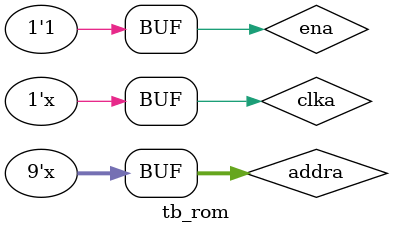
<source format=v>
`timescale 1ns / 1ps


module tb_rom();
	reg				clka;
	reg 			ena;
	reg		[8:0]	addra;
	wire	[11:0]	douta;
    
    initial begin
    	ena   = 0;
    	clka  = 0;
    	addra = 0;
    	
    	#20
    	ena   = 1; 
    end
    
    always #20 clka = ~clka;
    always #20 addra = addra + 1;
    
    blk_mem_gen_0 rom0 (
  	.clka(clka),    // input wire clka
  	.ena(ena),      // input wire ena
  	.addra(addra),  // input wire [8 : 0] addra
  	.douta(douta)  // output wire [11 : 0] douta
	);
endmodule

</source>
